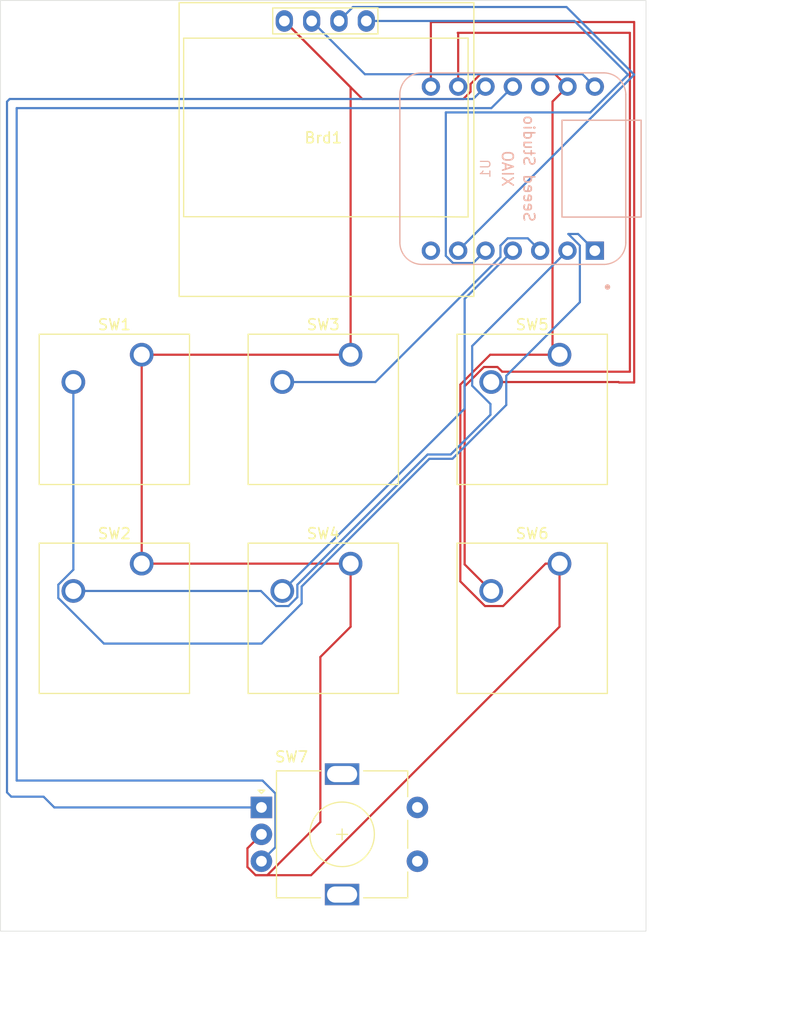
<source format=kicad_pcb>
(kicad_pcb (version 20240108) (generator "pcbnew") (generator_version "8.0")
  (layers (0 "F.Cu" signal) (31 "B.Cu" signal) (34 "B.Paste" user) (35 "F.Paste" user) (36 "B.SilkS" user "B.Silkscreen") (37 "F.SilkS" user "F.Silkscreen") (38 "B.Mask" user) (39 "F.Mask" user) (44 "Edge.Cuts" user))
  (net 0 "")
  (net 1 "GND")
  (net 2 "SCL")
  (net 3 "VCC")
  (net 4 "SDA")
  (net 5 "1")
  (net 6 "2")
  (net 7 "3")
  (net 8 "4")
  (net 9 "5")
  (net 10 "6")
  (net 11 "B")
  (net 12 "A")
  (footprint "SSD1306:128x64OLED" (layer "F.Cu") (at 130.5 33.5)
    (property "Reference" "Brd1" (at 0 0.254 0) (layer "F.SilkS"))
    (property "Value" "SSD1306")
    (fp_line (start -13.4 -12.3) (end 14 -12.3) (stroke (width 0.12)) (layer "F.SilkS"))
    (fp_line (start -13.4 15) (end -13.4 -12.3) (stroke (width 0.12)) (layer "F.SilkS"))
    (fp_line (start -12.978 -9.005) (end 10.122 -9.005) (stroke (width 0.12)) (layer "F.SilkS"))
    (fp_line (start -12.978 7.595) (end -12.978 -9.005) (stroke (width 0.12)) (layer "F.SilkS"))
    (fp_line (start -4.699 -11.811) (end -4.699 -9.398) (stroke (width 0.12)) (layer "F.SilkS"))
    (fp_line (start -4.699 -11.811) (end 5.08 -11.811) (stroke (width 0.12)) (layer "F.SilkS"))
    (fp_line (start 5.08 -11.811) (end 5.08 -9.398) (stroke (width 0.12)) (layer "F.SilkS"))
    (fp_line (start 5.08 -9.398) (end -4.699 -9.398) (stroke (width 0.12)) (layer "F.SilkS"))
    (fp_line (start 10.122 -9.005) (end 13.208 -9.005) (stroke (width 0.12)) (layer "F.SilkS"))
    (fp_line (start 10.122 7.595) (end -12.978 7.595) (stroke (width 0.12)) (layer "F.SilkS"))
    (fp_line (start 10.122 7.595) (end 13.462 7.62) (stroke (width 0.12)) (layer "F.SilkS"))
    (fp_line (start 13.462 -9.017) (end 13.208 -9.005) (stroke (width 0.12)) (layer "F.SilkS"))
    (fp_line (start 13.462 7.62) (end 13.462 -9.017) (stroke (width 0.12)) (layer "F.SilkS"))
    (fp_line (start 14 -12.3) (end 14 15) (stroke (width 0.12)) (layer "F.SilkS"))
    (fp_line (start 14 15) (end -13.4 15) (stroke (width 0.12)) (layer "F.SilkS"))
    (pad "1" thru_hole oval (at -3.62 -10.6 90) (size 2 1.6) (drill 1) (layers "*.Cu" "*.Mask") (net 1 "GND"))
    (pad "2" thru_hole oval (at -1.08 -10.6 90) (size 2 1.6) (drill 1) (layers "*.Cu" "*.Mask") (net 3 "VCC"))
    (pad "3" thru_hole oval (at 1.46 -10.6 90) (size 2 1.6) (drill 1) (layers "*.Cu" "*.Mask") (net 2 "SCL"))
    (pad "4" thru_hole oval (at 4 -10.6 90) (size 2 1.6) (drill 1) (layers "*.Cu" "*.Mask") (net 4 "SDA"))
  )
  (footprint "Button_Switch_Keyboard:SW_Cherry_MX_1.00u_PCB" (layer "F.Cu") (at 152.46 73.34)
    (property "Reference" "SW6" (at -2.54 -2.794 0) (layer "F.SilkS"))
    (property "Value" "SW_Push")
    (fp_line (start -9.525 -1.905) (end 4.445 -1.905) (stroke (width 0.12)) (layer "F.SilkS"))
    (fp_line (start -9.525 12.065) (end -9.525 -1.905) (stroke (width 0.12)) (layer "F.SilkS"))
    (fp_line (start 4.445 -1.905) (end 4.445 12.065) (stroke (width 0.12)) (layer "F.SilkS"))
    (fp_line (start 4.445 12.065) (end -9.525 12.065) (stroke (width 0.12)) (layer "F.SilkS"))
    (pad "" np_thru_hole circle (at -7.62 5.08) (size 1.7 1.7) (drill 1.7) (layers "*.Cu" "*.Mask"))
    (pad "" np_thru_hole circle (at -2.54 5.08) (size 4 4) (drill 4) (layers "*.Cu" "*.Mask"))
    (pad "" np_thru_hole circle (at 2.54 5.08) (size 1.7 1.7) (drill 1.7) (layers "*.Cu" "*.Mask"))
    (pad "1" thru_hole circle (at 0 0) (size 2.2 2.2) (drill 1.5) (layers "*.Cu" "*.Mask") (net 1 "GND"))
    (pad "2" thru_hole circle (at -6.35 2.54) (size 2.2 2.2) (drill 1.5) (layers "*.Cu" "*.Mask") (net 10 "6"))
  )
  (footprint "Button_Switch_Keyboard:SW_Cherry_MX_1.00u_PCB" (layer "F.Cu") (at 133.04 53.92)
    (property "Reference" "SW3" (at -2.54 -2.794 0) (layer "F.SilkS"))
    (property "Value" "SW_Push")
    (fp_line (start -9.525 -1.905) (end 4.445 -1.905) (stroke (width 0.12)) (layer "F.SilkS"))
    (fp_line (start -9.525 12.065) (end -9.525 -1.905) (stroke (width 0.12)) (layer "F.SilkS"))
    (fp_line (start 4.445 -1.905) (end 4.445 12.065) (stroke (width 0.12)) (layer "F.SilkS"))
    (fp_line (start 4.445 12.065) (end -9.525 12.065) (stroke (width 0.12)) (layer "F.SilkS"))
    (pad "" np_thru_hole circle (at -7.62 5.08) (size 1.7 1.7) (drill 1.7) (layers "*.Cu" "*.Mask"))
    (pad "" np_thru_hole circle (at -2.54 5.08) (size 4 4) (drill 4) (layers "*.Cu" "*.Mask"))
    (pad "" np_thru_hole circle (at 2.54 5.08) (size 1.7 1.7) (drill 1.7) (layers "*.Cu" "*.Mask"))
    (pad "1" thru_hole circle (at 0 0) (size 2.2 2.2) (drill 1.5) (layers "*.Cu" "*.Mask") (net 1 "GND"))
    (pad "2" thru_hole circle (at -6.35 2.54) (size 2.2 2.2) (drill 1.5) (layers "*.Cu" "*.Mask") (net 7 "3"))
  )
  (footprint "Button_Switch_Keyboard:SW_Cherry_MX_1.00u_PCB" (layer "F.Cu") (at 113.62 73.34)
    (property "Reference" "SW2" (at -2.54 -2.794 0) (layer "F.SilkS"))
    (property "Value" "SW_Push")
    (fp_line (start -9.525 -1.905) (end 4.445 -1.905) (stroke (width 0.12)) (layer "F.SilkS"))
    (fp_line (start -9.525 12.065) (end -9.525 -1.905) (stroke (width 0.12)) (layer "F.SilkS"))
    (fp_line (start 4.445 -1.905) (end 4.445 12.065) (stroke (width 0.12)) (layer "F.SilkS"))
    (fp_line (start 4.445 12.065) (end -9.525 12.065) (stroke (width 0.12)) (layer "F.SilkS"))
    (pad "" np_thru_hole circle (at -7.62 5.08) (size 1.7 1.7) (drill 1.7) (layers "*.Cu" "*.Mask"))
    (pad "" np_thru_hole circle (at -2.54 5.08) (size 4 4) (drill 4) (layers "*.Cu" "*.Mask"))
    (pad "" np_thru_hole circle (at 2.54 5.08) (size 1.7 1.7) (drill 1.7) (layers "*.Cu" "*.Mask"))
    (pad "1" thru_hole circle (at 0 0) (size 2.2 2.2) (drill 1.5) (layers "*.Cu" "*.Mask") (net 1 "GND"))
    (pad "2" thru_hole circle (at -6.35 2.54) (size 2.2 2.2) (drill 1.5) (layers "*.Cu" "*.Mask") (net 6 "2"))
  )
  (footprint "Button_Switch_Keyboard:SW_Cherry_MX_1.00u_PCB" (layer "F.Cu") (at 133.04 73.34)
    (property "Reference" "SW4" (at -2.54 -2.794 0) (layer "F.SilkS"))
    (property "Value" "SW_Push")
    (fp_line (start -9.525 -1.905) (end 4.445 -1.905) (stroke (width 0.12)) (layer "F.SilkS"))
    (fp_line (start -9.525 12.065) (end -9.525 -1.905) (stroke (width 0.12)) (layer "F.SilkS"))
    (fp_line (start 4.445 -1.905) (end 4.445 12.065) (stroke (width 0.12)) (layer "F.SilkS"))
    (fp_line (start 4.445 12.065) (end -9.525 12.065) (stroke (width 0.12)) (layer "F.SilkS"))
    (pad "" np_thru_hole circle (at -7.62 5.08) (size 1.7 1.7) (drill 1.7) (layers "*.Cu" "*.Mask"))
    (pad "" np_thru_hole circle (at -2.54 5.08) (size 4 4) (drill 4) (layers "*.Cu" "*.Mask"))
    (pad "" np_thru_hole circle (at 2.54 5.08) (size 1.7 1.7) (drill 1.7) (layers "*.Cu" "*.Mask"))
    (pad "1" thru_hole circle (at 0 0) (size 2.2 2.2) (drill 1.5) (layers "*.Cu" "*.Mask") (net 1 "GND"))
    (pad "2" thru_hole circle (at -6.35 2.54) (size 2.2 2.2) (drill 1.5) (layers "*.Cu" "*.Mask") (net 8 "4"))
  )
  (footprint "Button_Switch_Keyboard:SW_Cherry_MX_1.00u_PCB" (layer "F.Cu") (at 152.46 53.92)
    (property "Reference" "SW5" (at -2.54 -2.794 0) (layer "F.SilkS"))
    (property "Value" "SW_Push")
    (fp_line (start -9.525 -1.905) (end 4.445 -1.905) (stroke (width 0.12)) (layer "F.SilkS"))
    (fp_line (start -9.525 12.065) (end -9.525 -1.905) (stroke (width 0.12)) (layer "F.SilkS"))
    (fp_line (start 4.445 -1.905) (end 4.445 12.065) (stroke (width 0.12)) (layer "F.SilkS"))
    (fp_line (start 4.445 12.065) (end -9.525 12.065) (stroke (width 0.12)) (layer "F.SilkS"))
    (pad "" np_thru_hole circle (at -7.62 5.08) (size 1.7 1.7) (drill 1.7) (layers "*.Cu" "*.Mask"))
    (pad "" np_thru_hole circle (at -2.54 5.08) (size 4 4) (drill 4) (layers "*.Cu" "*.Mask"))
    (pad "" np_thru_hole circle (at 2.54 5.08) (size 1.7 1.7) (drill 1.7) (layers "*.Cu" "*.Mask"))
    (pad "1" thru_hole circle (at 0 0) (size 2.2 2.2) (drill 1.5) (layers "*.Cu" "*.Mask") (net 1 "GND"))
    (pad "2" thru_hole circle (at -6.35 2.54) (size 2.2 2.2) (drill 1.5) (layers "*.Cu" "*.Mask") (net 9 "5"))
  )
  (footprint "Rotary_Encoder:RotaryEncoder_Alps_EC11E-Switch_Vertical_H20mm" (layer "F.Cu") (at 124.75 96)
    (property "Reference" "SW7" (at 2.8 -4.7 0) (layer "F.SilkS"))
    (property "Value" "RotaryEncoder")
    (fp_line (start -0.3 -1.6) (end 0.3 -1.6) (stroke (width 0.12)) (layer "F.SilkS"))
    (fp_line (start 0 -1.3) (end -0.3 -1.6) (stroke (width 0.12)) (layer "F.SilkS"))
    (fp_line (start 0.3 -1.6) (end 0 -1.3) (stroke (width 0.12)) (layer "F.SilkS"))
    (fp_line (start 1.4 -3.4) (end 1.4 8.4) (stroke (width 0.12)) (layer "F.SilkS"))
    (fp_line (start 5.5 -3.4) (end 1.4 -3.4) (stroke (width 0.12)) (layer "F.SilkS"))
    (fp_line (start 5.5 8.4) (end 1.4 8.4) (stroke (width 0.12)) (layer "F.SilkS"))
    (fp_line (start 7 2.5) (end 8 2.5) (stroke (width 0.12)) (layer "F.SilkS"))
    (fp_line (start 7.5 2) (end 7.5 3) (stroke (width 0.12)) (layer "F.SilkS"))
    (fp_line (start 9.5 -3.4) (end 13.6 -3.4) (stroke (width 0.12)) (layer "F.SilkS"))
    (fp_line (start 13.6 -3.4) (end 13.6 -1) (stroke (width 0.12)) (layer "F.SilkS"))
    (fp_line (start 13.6 1.2) (end 13.6 3.8) (stroke (width 0.12)) (layer "F.SilkS"))
    (fp_line (start 13.6 6) (end 13.6 8.4) (stroke (width 0.12)) (layer "F.SilkS"))
    (fp_line (start 13.6 8.4) (end 9.5 8.4) (stroke (width 0.12)) (layer "F.SilkS"))
    (fp_circle (center 7.5 2.5) (end 10.5 2.5) (stroke (width 0.12)) (fill none) (layer "F.SilkS"))
    (pad "A" thru_hole rect (at 0 0) (size 2 2) (drill 1) (layers "*.Cu" "*.Mask") (net 12 "A"))
    (pad "B" thru_hole circle (at 0 5) (size 2 2) (drill 1) (layers "*.Cu" "*.Mask") (net 11 "B"))
    (pad "C" thru_hole circle (at 0 2.5) (size 2 2) (drill 1) (layers "*.Cu" "*.Mask") (net 1 "GND"))
    (pad "MP" thru_hole rect (at 7.5 -3.1) (size 3.2 2) (drill oval 2.8 1.5) (layers "*.Cu" "*.Mask"))
    (pad "MP" thru_hole rect (at 7.5 8.1) (size 3.2 2) (drill oval 2.8 1.5) (layers "*.Cu" "*.Mask"))
    (pad "S1" thru_hole circle (at 14.5 5) (size 2 2) (drill 1) (layers "*.Cu" "*.Mask"))
    (pad "S2" thru_hole circle (at 14.5 0) (size 2 2) (drill 1) (layers "*.Cu" "*.Mask"))
  )
  (footprint "Button_Switch_Keyboard:SW_Cherry_MX_1.00u_PCB" (layer "F.Cu") (at 113.62 53.92)
    (property "Reference" "SW1" (at -2.54 -2.794 0) (layer "F.SilkS"))
    (property "Value" "SW_Push")
    (fp_line (start -9.525 -1.905) (end 4.445 -1.905) (stroke (width 0.12)) (layer "F.SilkS"))
    (fp_line (start -9.525 12.065) (end -9.525 -1.905) (stroke (width 0.12)) (layer "F.SilkS"))
    (fp_line (start 4.445 -1.905) (end 4.445 12.065) (stroke (width 0.12)) (layer "F.SilkS"))
    (fp_line (start 4.445 12.065) (end -9.525 12.065) (stroke (width 0.12)) (layer "F.SilkS"))
    (pad "" np_thru_hole circle (at -7.62 5.08) (size 1.7 1.7) (drill 1.7) (layers "*.Cu" "*.Mask"))
    (pad "" np_thru_hole circle (at -2.54 5.08) (size 4 4) (drill 4) (layers "*.Cu" "*.Mask"))
    (pad "" np_thru_hole circle (at 2.54 5.08) (size 1.7 1.7) (drill 1.7) (layers "*.Cu" "*.Mask"))
    (pad "1" thru_hole circle (at 0 0) (size 2.2 2.2) (drill 1.5) (layers "*.Cu" "*.Mask") (net 1 "GND"))
    (pad "2" thru_hole circle (at -6.35 2.54) (size 2.2 2.2) (drill 1.5) (layers "*.Cu" "*.Mask") (net 5 "1"))
  )
  (footprint "Seeed Studio XIAO Series Library:XIAO-Generic-Thruhole-14P-2.54-21X17.8MM" (layer "B.Cu") (at 148.12 36.625 90)
    (property "Reference" "U1" (at 0 -2.54 90) (layer "B.SilkS") (effects (font (size 0.889 0.889) (thickness 0.1016)) (justify mirror)))
    (property "Value" "Seeed Studio XIAO SAMD21" (hide yes))
    (fp_line (start 6.9 -10.5) (end -6.9 -10.5) (stroke (width 0.127)) (layer "B.SilkS"))
    (fp_line (start -8.9 -8.5) (end -8.9 8.5) (stroke (width 0.127)) (layer "B.SilkS"))
    (fp_line (start 4.5 4.57073) (end 4.5 11.92403) (stroke (width 0.127)) (layer "B.SilkS"))
    (fp_line (start -4.5 4.57073) (end 4.5 4.57073) (stroke (width 0.127)) (layer "B.SilkS"))
    (fp_line (start 8.9 8.5) (end 8.9 -8.5) (stroke (width 0.127)) (layer "B.SilkS"))
    (fp_line (start -6.9 10.49909) (end 6.9 10.49909) (stroke (width 0.127)) (layer "B.SilkS"))
    (fp_line (start 4.5 11.92403) (end -4.5 11.92403) (stroke (width 0.127)) (layer "B.SilkS"))
    (fp_line (start -4.5 11.92403) (end -4.5 4.57073) (stroke (width 0.127)) (layer "B.SilkS"))
    (fp_arc (start 6.9 -10.5) (mid 8.314214 -9.914214) (end 8.9 -8.5) (stroke (width 0.12)) (layer "B.SilkS"))
    (fp_arc (start -8.9 -8.5) (mid -8.301423 -9.901423) (end -6.9 -10.5) (stroke (width 0.12)) (layer "B.SilkS"))
    (fp_arc (start 8.9 8.5) (mid 8.301494 9.901494) (end 6.9 10.5) (stroke (width 0.12)) (layer "B.SilkS"))
    (fp_arc (start -6.9 10.5) (mid -8.301491 9.901491) (end -8.9 8.5) (stroke (width 0.12)) (layer "B.SilkS"))
    (fp_circle (center -11 8.8) (end -11 9.054) (fill solid) (layer "B.SilkS"))
    (fp_poly (pts (xy -8.887715 8.561705) (xy -8.884667 8.610473) (xy -8.880603 8.659494)) (stroke (width 0.0254)) (fill none) (layer "B.SilkS"))
    (fp_poly (pts (xy 8.889492 -8.521574) (xy 8.887713 -8.57085) (xy 8.884665 -8.619618) (xy 8.880601 -8.668639) (xy 8.875268 -8.717407) (xy 8.868664 -8.766175) (xy 8.861044 -8.81469) (xy 8.852153 -8.86295) (xy 8.842248 -8.910955)) (stroke (width 0.0254)) (fill none) (layer "B.SilkS"))
    (fp_text user "XIAO" (at 0 -0.5 -90) (layer "B.SilkS") (effects (justify mirror)))
    (fp_text user "Seeed Studio" (at 0 1.5 -90) (layer "B.SilkS") (effects (justify mirror)))
    (pad "1" thru_hole rect (at -7.625 7.62 90) (size 1.7 1.7) (drill 1) (layers "*.Cu" "*.Mask") (net 5 "1"))
    (pad "2" thru_hole circle (at -7.625 5.08 90) (size 1.7 1.7) (drill 1) (layers "*.Cu" "*.Mask") (net 6 "2"))
    (pad "3" thru_hole circle (at -7.625 2.54 90) (size 1.7 1.7) (drill 1) (layers "*.Cu" "*.Mask") (net 7 "3"))
    (pad "4" thru_hole circle (at -7.625 0 90) (size 1.7 1.7) (drill 1) (layers "*.Cu" "*.Mask") (net 8 "4"))
    (pad "5" thru_hole circle (at -7.625 -2.54 90) (size 1.7 1.7) (drill 1) (layers "*.Cu" "*.Mask") (net 4 "SDA"))
    (pad "6" thru_hole circle (at -7.625 -5.08 270) (size 1.7 1.7) (drill 1) (layers "*.Cu" "*.Mask") (net 2 "SCL"))
    (pad "7" thru_hole circle (at -7.625 -7.62 90) (size 1.7 1.7) (drill 1) (layers "*.Cu" "*.Mask"))
    (pad "8" thru_hole circle (at 7.625 -7.62 90) (size 1.7 1.7) (drill 1) (layers "*.Cu" "*.Mask") (net 9 "5"))
    (pad "9" thru_hole circle (at 7.625 -5.08 90) (size 1.7 1.7) (drill 1) (layers "*.Cu" "*.Mask") (net 10 "6"))
    (pad "10" thru_hole circle (at 7.625 -2.54 90) (size 1.7 1.7) (drill 1) (layers "*.Cu" "*.Mask") (net 12 "A"))
    (pad "11" thru_hole circle (at 7.625 0 90) (size 1.7 1.7) (drill 1) (layers "*.Cu" "*.Mask") (net 11 "B"))
    (pad "12" thru_hole circle (at 7.625 2.54 90) (size 1.7 1.7) (drill 1) (layers "*.Cu" "*.Mask"))
    (pad "13" thru_hole circle (at 7.625 5.08 90) (size 1.7 1.7) (drill 1) (layers "*.Cu" "*.Mask") (net 1 "GND"))
    (pad "14" thru_hole circle (at 7.625 7.62 90) (size 1.7 1.7) (drill 1) (layers "*.Cu" "*.Mask") (net 3 "VCC"))
  )
  (gr_rect (start 100.5 21) (end 160.5 107.5) (stroke (width 0.05)) (fill none) (layer "Edge.Cuts"))
  (segment (start 151.16 73.34) (end 152.46 73.34) (width 0.2) (layer "F.Cu") (net 1))
  (segment (start 126.88 22.9) (end 134.13 30.15) (width 0.2) (layer "F.Cu") (net 1))
  (segment (start 143.24 74.989899) (end 145.530101 77.28) (width 0.2) (layer "F.Cu") (net 1))
  (segment (start 130.23 82.013402) (end 133.04 79.203402) (width 0.2) (layer "F.Cu") (net 1))
  (segment (start 124.211522 102.3) (end 125.288478 102.3) (width 0.2) (layer "F.Cu") (net 1))
  (segment (start 113.62 73.34) (end 113.62 53.92) (width 0.2) (layer "F.Cu") (net 1))
  (segment (start 147.22 77.28) (end 151.16 73.34) (width 0.2) (layer "F.Cu") (net 1))
  (segment (start 152.05 27.85) (end 153.2 29) (width 0.2) (layer "F.Cu") (net 1))
  (segment (start 134.13 30.15) (end 143.516346 30.15) (width 0.2) (layer "F.Cu") (net 1))
  (segment (start 144.19 29.476346) (end 144.19 28.763654) (width 0.2) (layer "F.Cu") (net 1))
  (segment (start 145.103654 27.85) (end 152.05 27.85) (width 0.2) (layer "F.Cu") (net 1))
  (segment (start 144.19 28.763654) (end 145.103654 27.85) (width 0.2) (layer "F.Cu") (net 1))
  (segment (start 124.75 98.5) (end 123.45 99.8) (width 0.2) (layer "F.Cu") (net 1))
  (segment (start 152.46 79.203402) (end 129.363402 102.3) (width 0.2) (layer "F.Cu") (net 1))
  (segment (start 129.363402 102.3) (end 124.211522 102.3) (width 0.2) (layer "F.Cu") (net 1))
  (segment (start 152.46 73.34) (end 152.46 79.203402) (width 0.2) (layer "F.Cu") (net 1))
  (segment (start 152.46 53.92) (end 146.014314 53.92) (width 0.2) (layer "F.Cu") (net 1))
  (segment (start 130.23 97.358478) (end 130.23 82.013402) (width 0.2) (layer "F.Cu") (net 1))
  (segment (start 153.2 29) (end 151.81 30.39) (width 0.2) (layer "F.Cu") (net 1))
  (segment (start 151.81 53.27) (end 152.46 53.92) (width 0.2) (layer "F.Cu") (net 1))
  (segment (start 146.014314 53.92) (end 143.24 56.694314) (width 0.2) (layer "F.Cu") (net 1))
  (segment (start 125.288478 102.3) (end 130.23 97.358478) (width 0.2) (layer "F.Cu") (net 1))
  (segment (start 113.62 53.92) (end 133.04 53.92) (width 0.2) (layer "F.Cu") (net 1))
  (segment (start 143.24 56.694314) (end 143.24 74.989899) (width 0.2) (layer "F.Cu") (net 1))
  (segment (start 133.04 79.203402) (end 133.04 73.34) (width 0.2) (layer "F.Cu") (net 1))
  (segment (start 123.45 101.538478) (end 124.211522 102.3) (width 0.2) (layer "F.Cu") (net 1))
  (segment (start 145.530101 77.28) (end 147.22 77.28) (width 0.2) (layer "F.Cu") (net 1))
  (segment (start 133.04 53.92) (end 133.04 29.06) (width 0.2) (layer "F.Cu") (net 1))
  (segment (start 133.04 29.06) (end 126.88 22.9) (width 0.2) (layer "F.Cu") (net 1))
  (segment (start 151.81 30.39) (end 151.81 53.27) (width 0.2) (layer "F.Cu") (net 1))
  (segment (start 143.516346 30.15) (end 144.19 29.476346) (width 0.2) (layer "F.Cu") (net 1))
  (segment (start 123.45 99.8) (end 123.45 101.538478) (width 0.2) (layer "F.Cu") (net 1))
  (segment (start 133.04 73.34) (end 113.62 73.34) (width 0.2) (layer "F.Cu") (net 1))
  (segment (start 143.04 44.25) (end 159.4 27.89) (width 0.2) (layer "B.Cu") (net 2))
  (segment (start 133.26 21.6) (end 131.96 22.9) (width 0.2) (layer "B.Cu") (net 2))
  (segment (start 159.4 27.89) (end 153.11 21.6) (width 0.2) (layer "B.Cu") (net 2))
  (segment (start 153.11 21.6) (end 133.26 21.6) (width 0.2) (layer "B.Cu") (net 2))
  (segment (start 154.59 27.85) (end 134.37 27.85) (width 0.2) (layer "B.Cu") (net 3))
  (segment (start 155.74 29) (end 154.59 27.85) (width 0.2) (layer "B.Cu") (net 3))
  (segment (start 134.37 27.85) (end 129.42 22.9) (width 0.2) (layer "B.Cu") (net 3))
  (segment (start 155.324314 31.4) (end 158.834314 27.89) (width 0.2) (layer "B.Cu") (net 4))
  (segment (start 141.89 44.726346) (end 141.89 31.4) (width 0.2) (layer "B.Cu") (net 4))
  (segment (start 144.43 45.4) (end 142.563654 45.4) (width 0.2) (layer "B.Cu") (net 4))
  (segment (start 142.563654 45.4) (end 141.89 44.726346) (width 0.2) (layer "B.Cu") (net 4))
  (segment (start 145.58 44.25) (end 144.43 45.4) (width 0.2) (layer "B.Cu") (net 4))
  (segment (start 141.89 31.4) (end 155.324314 31.4) (width 0.2) (layer "B.Cu") (net 4))
  (segment (start 158.834314 27.89) (end 153.844314 22.9) (width 0.2) (layer "B.Cu") (net 4))
  (segment (start 153.844314 22.9) (end 134.5 22.9) (width 0.2) (layer "B.Cu") (net 4))
  (segment (start 155.74 44.25) (end 154.19 42.7) (width 0.2) (layer "B.Cu") (net 5))
  (segment (start 154.19 42.7) (end 153.276346 42.7) (width 0.2) (layer "B.Cu") (net 5))
  (segment (start 105.87 75.300101) (end 107.27 73.900101) (width 0.2) (layer "B.Cu") (net 5))
  (segment (start 107.27 73.900101) (end 107.27 56.46) (width 0.2) (layer "B.Cu") (net 5))
  (segment (start 147.51 58.592742) (end 142.507691 63.595051) (width 0.2) (layer "B.Cu") (net 5))
  (segment (start 128.49 75.465787) (end 128.49 77.047056) (width 0.2) (layer "B.Cu") (net 5))
  (segment (start 128.49 77.047056) (end 124.767056 80.77) (width 0.2) (layer "B.Cu") (net 5))
  (segment (start 153.276346 42.7) (end 154.35 43.773654) (width 0.2) (layer "B.Cu") (net 5))
  (segment (start 147.51 55.880101) (end 147.51 58.592742) (width 0.2) (layer "B.Cu") (net 5))
  (segment (start 105.87 76.533402) (end 105.87 75.300101) (width 0.2) (layer "B.Cu") (net 5))
  (segment (start 124.767056 80.77) (end 110.106598 80.77) (width 0.2) (layer "B.Cu") (net 5))
  (segment (start 110.106598 80.77) (end 105.87 76.533402) (width 0.2) (layer "B.Cu") (net 5))
  (segment (start 154.35 49.040101) (end 147.51 55.880101) (width 0.2) (layer "B.Cu") (net 5))
  (segment (start 142.507691 63.595051) (end 140.360736 63.595051) (width 0.2) (layer "B.Cu") (net 5))
  (segment (start 154.35 43.773654) (end 154.35 49.040101) (width 0.2) (layer "B.Cu") (net 5))
  (segment (start 140.360736 63.595051) (end 128.49 75.465787) (width 0.2) (layer "B.Cu") (net 5))
  (segment (start 126.110101 77.28) (end 124.710101 75.88) (width 0.2) (layer "B.Cu") (net 6))
  (segment (start 128.09 75.300101) (end 128.09 76.459899) (width 0.2) (layer "B.Cu") (net 6))
  (segment (start 153.2 44.25) (end 144.342944 53.107056) (width 0.2) (layer "B.Cu") (net 6))
  (segment (start 140.19505 63.195051) (end 128.09 75.300101) (width 0.2) (layer "B.Cu") (net 6))
  (segment (start 124.710101 75.88) (end 107.27 75.88) (width 0.2) (layer "B.Cu") (net 6))
  (segment (start 146.04 58.502944) (end 146.04 59.497056) (width 0.2) (layer "B.Cu") (net 6))
  (segment (start 144.342944 56.805888) (end 146.04 58.502944) (width 0.2) (layer "B.Cu") (net 6))
  (segment (start 146.04 59.497056) (end 142.342005 63.195051) (width 0.2) (layer "B.Cu") (net 6))
  (segment (start 142.342005 63.195051) (end 140.19505 63.195051) (width 0.2) (layer "B.Cu") (net 6))
  (segment (start 128.09 76.459899) (end 127.269899 77.28) (width 0.2) (layer "B.Cu") (net 6))
  (segment (start 127.269899 77.28) (end 126.110101 77.28) (width 0.2) (layer "B.Cu") (net 6))
  (segment (start 144.342944 53.107056) (end 144.342944 56.805888) (width 0.2) (layer "B.Cu") (net 6))
  (segment (start 135.344314 56.46) (end 126.69 56.46) (width 0.2) (layer "B.Cu") (net 7))
  (segment (start 150.66 44.25) (end 149.51 43.1) (width 0.2) (layer "B.Cu") (net 7))
  (segment (start 146.97 43.773654) (end 146.97 44.834314) (width 0.2) (layer "B.Cu") (net 7))
  (segment (start 146.97 44.834314) (end 135.344314 56.46) (width 0.2) (layer "B.Cu") (net 7))
  (segment (start 147.643654 43.1) (end 146.97 43.773654) (width 0.2) (layer "B.Cu") (net 7))
  (segment (start 149.51 43.1) (end 147.643654 43.1) (width 0.2) (layer "B.Cu") (net 7))
  (segment (start 143.64 58.93) (end 126.69 75.88) (width 0.2) (layer "B.Cu") (net 8))
  (segment (start 143.64 48.73) (end 143.64 58.93) (width 0.2) (layer "B.Cu") (net 8))
  (segment (start 148.12 44.25) (end 143.64 48.73) (width 0.2) (layer "B.Cu") (net 8))
  (segment (start 159.4 23) (end 159.4 56.5) (width 0.2) (layer "F.Cu") (net 9))
  (segment (start 158 56.5) (end 157.96 56.46) (width 0.2) (layer "F.Cu") (net 9))
  (segment (start 157.96 56.46) (end 146.11 56.46) (width 0.2) (layer "F.Cu") (net 9))
  (segment (start 159.4 56.5) (end 158 56.5) (width 0.2) (layer "F.Cu") (net 9))
  (segment (start 140.5 29) (end 140.5 23) (width 0.2) (layer "F.Cu") (net 9))
  (segment (start 140.5 23) (end 159.4 23) (width 0.2) (layer "F.Cu") (net 9))
  (segment (start 147.129899 55.5) (end 146.689899 55.06) (width 0.2) (layer "F.Cu") (net 10))
  (segment (start 143.04 29) (end 143.04 24.04) (width 0.2) (layer "F.Cu") (net 10))
  (segment (start 143.64 73.41) (end 146.11 75.88) (width 0.2) (layer "F.Cu") (net 10))
  (segment (start 159 55.5) (end 147.129899 55.5) (width 0.2) (layer "F.Cu") (net 10))
  (segment (start 146.689899 55.06) (end 145.44 55.06) (width 0.2) (layer "F.Cu") (net 10))
  (segment (start 159 24) (end 159 55.5) (width 0.2) (layer "F.Cu") (net 10))
  (segment (start 145.44 55.06) (end 143.64 56.86) (width 0.2) (layer "F.Cu") (net 10))
  (segment (start 143.04 24.04) (end 143 24) (width 0.2) (layer "F.Cu") (net 10))
  (segment (start 143 24) (end 159 24) (width 0.2) (layer "F.Cu") (net 10))
  (segment (start 143.64 56.86) (end 143.64 73.41) (width 0.2) (layer "F.Cu") (net 10))
  (segment (start 102 93.5) (end 124.85 93.5) (width 0.2) (layer "B.Cu") (net 11))
  (segment (start 124.85 93.5) (end 126.05 94.7) (width 0.2) (layer "B.Cu") (net 11))
  (segment (start 126.05 94.7) (end 126.05 99.7) (width 0.2) (layer "B.Cu") (net 11))
  (segment (start 102 31) (end 102 93.5) (width 0.2) (layer "B.Cu") (net 11))
  (segment (start 126.05 99.7) (end 124.75 101) (width 0.2) (layer "B.Cu") (net 11))
  (segment (start 148.12 29) (end 146.12 31) (width 0.2) (layer "B.Cu") (net 11))
  (segment (start 146.12 31) (end 102 31) (width 0.2) (layer "B.Cu") (net 11))
  (segment (start 145.58 29) (end 144.43 30.15) (width 0.2) (layer "B.Cu") (net 12))
  (segment (start 101.1 30.4) (end 101.1 94.6) (width 0.2) (layer "B.Cu") (net 12))
  (segment (start 105.5 96) (end 124.75 96) (width 0.2) (layer "B.Cu") (net 12))
  (segment (start 101.1 94.6) (end 101.5 95) (width 0.2) (layer "B.Cu") (net 12))
  (segment (start 104.5 95) (end 105.5 96) (width 0.2) (layer "B.Cu") (net 12))
  (segment (start 101.5 95) (end 104.5 95) (width 0.2) (layer "B.Cu") (net 12))
  (segment (start 101.35 30.15) (end 101.1 30.4) (width 0.2) (layer "B.Cu") (net 12))
  (segment (start 144.43 30.15) (end 101.35 30.15) (width 0.2) (layer "B.Cu") (net 12))
)
</source>
